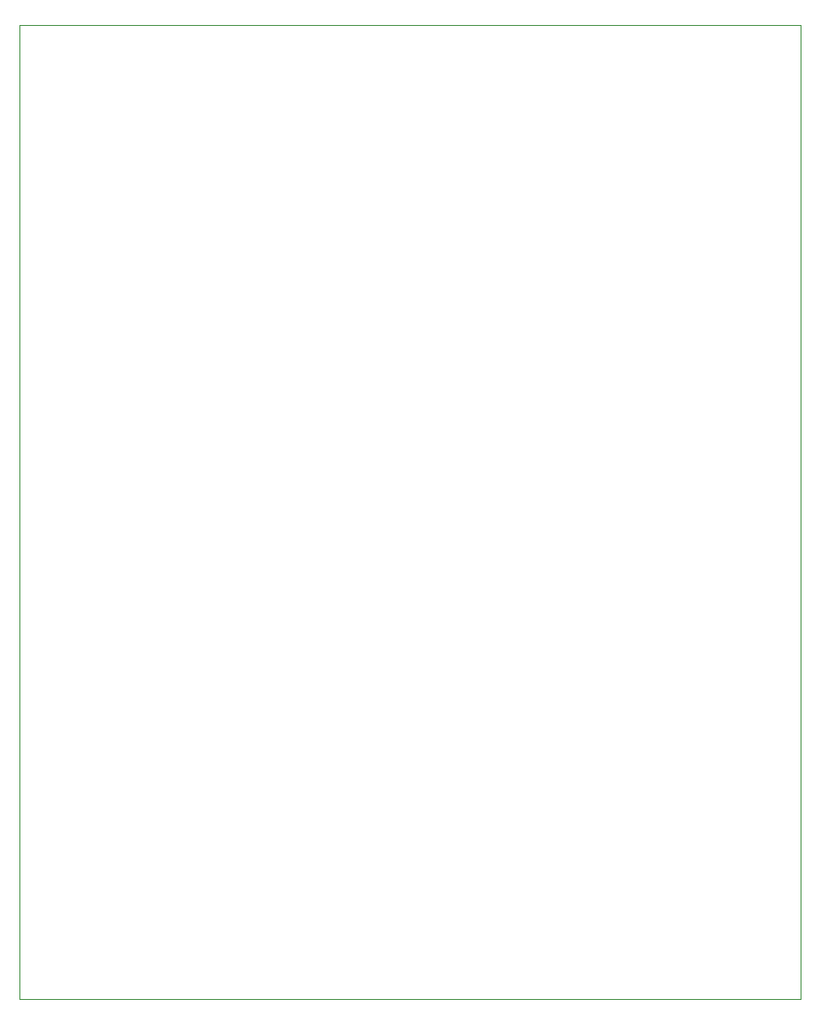
<source format=gbr>
%TF.GenerationSoftware,KiCad,Pcbnew,8.0.8*%
%TF.CreationDate,2025-02-15T18:33:02+00:00*%
%TF.ProjectId,kawaiipad_pcb,6b617761-6969-4706-9164-5f7063622e6b,rev?*%
%TF.SameCoordinates,Original*%
%TF.FileFunction,Profile,NP*%
%FSLAX46Y46*%
G04 Gerber Fmt 4.6, Leading zero omitted, Abs format (unit mm)*
G04 Created by KiCad (PCBNEW 8.0.8) date 2025-02-15 18:33:02*
%MOMM*%
%LPD*%
G01*
G04 APERTURE LIST*
%TA.AperFunction,Profile*%
%ADD10C,0.050000*%
%TD*%
G04 APERTURE END LIST*
D10*
X119062500Y-48990000D02*
X190500000Y-48990000D01*
X190500000Y-138112500D01*
X119062500Y-138112500D01*
X119062500Y-48990000D01*
M02*

</source>
